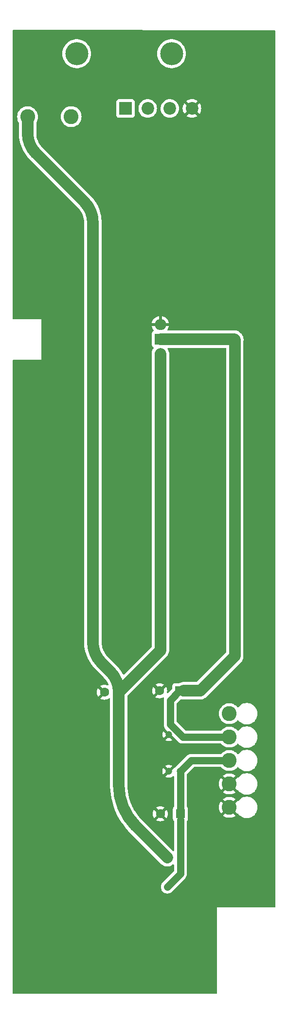
<source format=gbr>
%TF.GenerationSoftware,KiCad,Pcbnew,8.0.0*%
%TF.CreationDate,2025-04-28T00:15:23+02:00*%
%TF.ProjectId,LinearSaturn,4c696e65-6172-4536-9174-75726e2e6b69,rev?*%
%TF.SameCoordinates,Original*%
%TF.FileFunction,Copper,L2,Bot*%
%TF.FilePolarity,Positive*%
%FSLAX46Y46*%
G04 Gerber Fmt 4.6, Leading zero omitted, Abs format (unit mm)*
G04 Created by KiCad (PCBNEW 8.0.0) date 2025-04-28 00:15:23*
%MOMM*%
%LPD*%
G01*
G04 APERTURE LIST*
%TA.AperFunction,ComponentPad*%
%ADD10R,1.600000X1.600000*%
%TD*%
%TA.AperFunction,ComponentPad*%
%ADD11C,1.600000*%
%TD*%
%TA.AperFunction,ComponentPad*%
%ADD12O,2.000000X1.905000*%
%TD*%
%TA.AperFunction,ComponentPad*%
%ADD13C,2.600000*%
%TD*%
%TA.AperFunction,ComponentPad*%
%ADD14O,4.000000X4.000000*%
%TD*%
%TA.AperFunction,ComponentPad*%
%ADD15R,2.000000X1.905000*%
%TD*%
%TA.AperFunction,ComponentPad*%
%ADD16C,1.200000*%
%TD*%
%TA.AperFunction,ComponentPad*%
%ADD17R,2.200000X2.200000*%
%TD*%
%TA.AperFunction,ComponentPad*%
%ADD18C,2.200000*%
%TD*%
%TA.AperFunction,ViaPad*%
%ADD19C,0.800000*%
%TD*%
%TA.AperFunction,Conductor*%
%ADD20C,1.000000*%
%TD*%
%TA.AperFunction,Conductor*%
%ADD21C,2.000000*%
%TD*%
%TA.AperFunction,Conductor*%
%ADD22C,0.250000*%
%TD*%
%TA.AperFunction,Conductor*%
%ADD23C,1.250000*%
%TD*%
G04 APERTURE END LIST*
D10*
%TO.P,25v 220uF,1*%
%TO.N,3.3v*%
X146050000Y-164338000D03*
D11*
%TO.P,25v 220uF,GND*%
%TO.N,GND*%
X142550000Y-164338000D03*
%TD*%
D12*
%TO.P,,3*%
%TO.N,N/C*%
X142564000Y-84540000D03*
%TD*%
D13*
%TO.P,,*%
%TO.N,*%
X154544000Y-146972000D03*
%TD*%
D14*
%TO.P,,2*%
%TO.N,N/C*%
X128000000Y-32500000D03*
%TD*%
D15*
%TO.P,,1*%
%TO.N,5v*%
X142564000Y-82000000D03*
%TD*%
D14*
%TO.P,,2*%
%TO.N,N/C*%
X144500000Y-32500000D03*
%TD*%
D16*
%TO.P,50v 0.1uF,*%
%TO.N,GND*%
X144050000Y-150622000D03*
%TO.P,50v 0.1uF,1*%
%TO.N,5v*%
X146050000Y-150622000D03*
%TD*%
D13*
%TO.P,,*%
%TO.N,GND*%
X154544000Y-159164000D03*
%TD*%
D11*
%TO.P,35v 100uF,*%
%TO.N,GND*%
X132810379Y-143256000D03*
D10*
%TO.P,35v 100uF,1*%
%TO.N,N/C*%
X135310379Y-143256000D03*
%TD*%
D13*
%TO.P,,*%
%TO.N,5v*%
X154544000Y-151036000D03*
%TD*%
%TO.P,,*%
%TO.N,GND*%
X154544000Y-163228000D03*
%TD*%
D11*
%TO.P,25v 220uF,*%
%TO.N,GND*%
X142424651Y-143002000D03*
D10*
%TO.P,25v 220uF,5v*%
%TO.N,5v*%
X145924651Y-143002000D03*
%TD*%
D16*
%TO.P,50v 0.1uF,*%
%TO.N,GND*%
X144000000Y-156972000D03*
%TO.P,50v 0.1uF,1*%
%TO.N,3.3v*%
X146000000Y-156972000D03*
%TD*%
D13*
%TO.P,,*%
%TO.N,3.3v*%
X154544000Y-155100000D03*
%TD*%
%TO.P,,1*%
%TO.N,N/C*%
X119452000Y-43434000D03*
%TD*%
D12*
%TO.P,,GND*%
%TO.N,GND*%
X142564000Y-79460000D03*
%TD*%
D17*
%TO.P,REF\u002A\u002A,1*%
%TO.N,N/C*%
X136500000Y-42000000D03*
D18*
%TO.P,REF\u002A\u002A,2*%
X140350000Y-42000000D03*
%TO.P,REF\u002A\u002A,3*%
X144200000Y-42000000D03*
%TO.P,REF\u002A\u002A,4*%
%TO.N,GND*%
X148050000Y-42000000D03*
%TD*%
D13*
%TO.P,,1*%
%TO.N,N/C*%
X127030000Y-43410000D03*
%TD*%
D19*
%TO.N,*%
X143764000Y-171958000D03*
%TO.N,GND*%
X158750000Y-41402000D03*
X160528000Y-43180000D03*
X140395000Y-175260000D03*
X156972000Y-43180000D03*
X160528000Y-41402000D03*
X156972000Y-36322000D03*
X158750000Y-43180000D03*
X141411000Y-175260000D03*
X139379000Y-175260000D03*
X140395000Y-173990000D03*
X142427000Y-175260000D03*
X143443000Y-173990000D03*
X142427000Y-173990000D03*
X160528000Y-36322000D03*
X156972000Y-39878000D03*
X158750000Y-36322000D03*
X160528000Y-38100000D03*
X141411000Y-173990000D03*
X139379000Y-173990000D03*
X156972000Y-38100000D03*
X156972000Y-41402000D03*
X160528000Y-39878000D03*
X143443000Y-175260000D03*
X158750000Y-38100000D03*
X158750000Y-39878000D03*
%TO.N,3.3v*%
X143764000Y-177038000D03*
%TD*%
D20*
%TO.N,*%
X135310379Y-143223447D02*
X135310379Y-143256000D01*
D21*
X132274466Y-138116466D02*
X133845913Y-139687913D01*
D22*
X135128000Y-143256000D02*
X135310379Y-143256000D01*
D21*
X120916466Y-49796466D02*
X129345534Y-58225534D01*
X119452000Y-43434000D02*
X119452000Y-46260932D01*
X130810000Y-61761068D02*
X130810000Y-134580932D01*
X135310379Y-143256000D02*
X142564000Y-136002379D01*
X135310379Y-143256000D02*
X135310379Y-159362243D01*
X138239311Y-166433311D02*
X143764000Y-171958000D01*
X142564000Y-136002379D02*
X142564000Y-84540000D01*
X133845913Y-139687913D02*
G75*
G02*
X135310352Y-143223447I-3535513J-3535487D01*
G01*
X138239311Y-166433311D02*
G75*
G02*
X135310355Y-159362243I7071089J7071111D01*
G01*
X132274467Y-138116465D02*
G75*
G02*
X130809978Y-134580932I3535533J3535565D01*
G01*
X120916467Y-49796465D02*
G75*
G02*
X119451978Y-46260932I3535533J3535565D01*
G01*
X129345533Y-58225535D02*
G75*
G02*
X130810022Y-61761068I-3535533J-3535565D01*
G01*
D20*
%TO.N,GND*%
X132810379Y-143256000D02*
X132810379Y-143009447D01*
D23*
%TO.N,3.3v*%
X154544000Y-155100000D02*
X147922000Y-155100000D01*
X143764000Y-177038000D02*
X146050000Y-174752000D01*
X147922000Y-155100000D02*
X146050000Y-156972000D01*
X146050000Y-156972000D02*
X146050000Y-164338000D01*
X146050000Y-174752000D02*
X146050000Y-165437511D01*
D21*
%TO.N,5v*%
X149498000Y-143002000D02*
X146558000Y-143002000D01*
D23*
X144272000Y-144654651D02*
X145924651Y-143002000D01*
X146478564Y-151036000D02*
X144272000Y-148829436D01*
D21*
X155436000Y-82000000D02*
X155544000Y-82108000D01*
D23*
X154544000Y-151036000D02*
X146478564Y-151036000D01*
D21*
X155544000Y-82108000D02*
X155500000Y-82152000D01*
D23*
X144272000Y-148844000D02*
X144272000Y-144654651D01*
D22*
X145780000Y-150622000D02*
X145542000Y-150622000D01*
D21*
X155500000Y-137000000D02*
X149498000Y-143002000D01*
X155500000Y-82152000D02*
X155500000Y-137000000D01*
D23*
X144272000Y-148829436D02*
X144272000Y-144654651D01*
D21*
X155500000Y-137000000D02*
X154750000Y-137750000D01*
D23*
X151732000Y-151036000D02*
X146464000Y-151036000D01*
X154544000Y-151036000D02*
X151732000Y-151036000D01*
X146050000Y-150622000D02*
X144272000Y-148844000D01*
D21*
X142564000Y-82000000D02*
X155436000Y-82000000D01*
%TD*%
%TA.AperFunction,Conductor*%
%TO.N,GND*%
G36*
X162434084Y-28409917D02*
G01*
X162502190Y-28429964D01*
X162548648Y-28483650D01*
X162560000Y-28535917D01*
X162560000Y-180464000D01*
X162539998Y-180532121D01*
X162486342Y-180578614D01*
X162434000Y-180590000D01*
X152400000Y-180590000D01*
X152400000Y-195454000D01*
X152379998Y-195522121D01*
X152326342Y-195568614D01*
X152274000Y-195580000D01*
X116975989Y-195580000D01*
X116907868Y-195559998D01*
X116861375Y-195506342D01*
X116849989Y-195454011D01*
X116840011Y-85705508D01*
X116860007Y-85637386D01*
X116913658Y-85590888D01*
X116965503Y-85579498D01*
X121850000Y-85560000D01*
X121830000Y-78590000D01*
X121829999Y-78589999D01*
X116965747Y-78580251D01*
X116897667Y-78560112D01*
X116851282Y-78506363D01*
X116840000Y-78454251D01*
X116840000Y-43434000D01*
X117638429Y-43434000D01*
X117658685Y-43704302D01*
X117719001Y-43968560D01*
X117719002Y-43968562D01*
X117818025Y-44220872D01*
X117818027Y-44220876D01*
X117926619Y-44408962D01*
X117943500Y-44471962D01*
X117943500Y-46137734D01*
X117943499Y-46137764D01*
X117943499Y-46208729D01*
X117943478Y-46208800D01*
X117943478Y-46493386D01*
X117960063Y-46725253D01*
X117976002Y-46948083D01*
X117976649Y-46957121D01*
X117976651Y-46957145D01*
X118042809Y-47417259D01*
X118042813Y-47417284D01*
X118042816Y-47417297D01*
X118141637Y-47871557D01*
X118141641Y-47871572D01*
X118272624Y-48317647D01*
X118435090Y-48753229D01*
X118628212Y-49176100D01*
X118628224Y-49176122D01*
X118851026Y-49584150D01*
X118851027Y-49584153D01*
X119032498Y-49866523D01*
X119102374Y-49975251D01*
X119380983Y-50347424D01*
X119380986Y-50347427D01*
X119685430Y-50698773D01*
X119794826Y-50808167D01*
X128276666Y-59290007D01*
X128280931Y-59294486D01*
X128504815Y-59541504D01*
X128512658Y-59551061D01*
X128709403Y-59816336D01*
X128716259Y-59826596D01*
X128886067Y-60109901D01*
X128891885Y-60120786D01*
X129033090Y-60419336D01*
X129037822Y-60430759D01*
X129149085Y-60741713D01*
X129152675Y-60753546D01*
X129232925Y-61073916D01*
X129235337Y-61086043D01*
X129283798Y-61412727D01*
X129285010Y-61425032D01*
X129301348Y-61757535D01*
X129301500Y-61763719D01*
X129301500Y-134457734D01*
X129301499Y-134457764D01*
X129301499Y-134528729D01*
X129301478Y-134528800D01*
X129301478Y-134813386D01*
X129318063Y-135045253D01*
X129334002Y-135268083D01*
X129334649Y-135277121D01*
X129334651Y-135277145D01*
X129400809Y-135737259D01*
X129400813Y-135737284D01*
X129400816Y-135737297D01*
X129499637Y-136191557D01*
X129499641Y-136191572D01*
X129596284Y-136520700D01*
X129614120Y-136581443D01*
X129630624Y-136637647D01*
X129793090Y-137073229D01*
X129986212Y-137496100D01*
X129986219Y-137496112D01*
X129986220Y-137496115D01*
X130031514Y-137579064D01*
X130209026Y-137904150D01*
X130209027Y-137904153D01*
X130390498Y-138186523D01*
X130460374Y-138295251D01*
X130738983Y-138667424D01*
X131043431Y-139018774D01*
X131133504Y-139108845D01*
X131133505Y-139108846D01*
X132695290Y-140670631D01*
X132777054Y-140752396D01*
X132781318Y-140756875D01*
X133005180Y-141003870D01*
X133013024Y-141013428D01*
X133209760Y-141278698D01*
X133216630Y-141288980D01*
X133386411Y-141572247D01*
X133392238Y-141583147D01*
X133533447Y-141881712D01*
X133538175Y-141893127D01*
X133547725Y-141919818D01*
X133551841Y-141990695D01*
X133516984Y-142052546D01*
X133454222Y-142085733D01*
X133383480Y-142079720D01*
X133375841Y-142076460D01*
X133259457Y-142022190D01*
X133259447Y-142022186D01*
X133038379Y-141962951D01*
X133038383Y-141962951D01*
X132810379Y-141943004D01*
X132582376Y-141962951D01*
X132361310Y-142022186D01*
X132361305Y-142022188D01*
X132153879Y-142118913D01*
X132082488Y-142168899D01*
X132769590Y-142856000D01*
X132757718Y-142856000D01*
X132655985Y-142883259D01*
X132564773Y-142935920D01*
X132490299Y-143010394D01*
X132437638Y-143101606D01*
X132410379Y-143203339D01*
X132410379Y-143215209D01*
X131723279Y-142528109D01*
X131673292Y-142599500D01*
X131576567Y-142806926D01*
X131576565Y-142806931D01*
X131517330Y-143027997D01*
X131497383Y-143256000D01*
X131517330Y-143484002D01*
X131576565Y-143705068D01*
X131576567Y-143705073D01*
X131673292Y-143912501D01*
X131723278Y-143983888D01*
X132410379Y-143296788D01*
X132410379Y-143308661D01*
X132437638Y-143410394D01*
X132490299Y-143501606D01*
X132564773Y-143576080D01*
X132655985Y-143628741D01*
X132757718Y-143656000D01*
X132769587Y-143656000D01*
X132082489Y-144343097D01*
X132082489Y-144343100D01*
X132153877Y-144393086D01*
X132361305Y-144489811D01*
X132361310Y-144489813D01*
X132582378Y-144549048D01*
X132582374Y-144549048D01*
X132810379Y-144568995D01*
X133038381Y-144549048D01*
X133259447Y-144489813D01*
X133259452Y-144489811D01*
X133466877Y-144393087D01*
X133603608Y-144297348D01*
X133670882Y-144274660D01*
X133739743Y-144291945D01*
X133788327Y-144343715D01*
X133801879Y-144400561D01*
X133801879Y-159239042D01*
X133801878Y-159239072D01*
X133801878Y-159310034D01*
X133801855Y-159310112D01*
X133801855Y-159685134D01*
X133801856Y-159685156D01*
X133838068Y-160329926D01*
X133910378Y-160971662D01*
X134018553Y-161608322D01*
X134162259Y-162237929D01*
X134162262Y-162237944D01*
X134341041Y-162858489D01*
X134341041Y-162858490D01*
X134554323Y-163468011D01*
X134554329Y-163468029D01*
X134554335Y-163468043D01*
X134801472Y-164064679D01*
X134801480Y-164064695D01*
X134801481Y-164064698D01*
X134814819Y-164092394D01*
X135069993Y-164622264D01*
X135081673Y-164646516D01*
X135081680Y-164646530D01*
X135394057Y-165211732D01*
X135737628Y-165758520D01*
X135737632Y-165758526D01*
X135737643Y-165758543D01*
X136111347Y-166285227D01*
X136513995Y-166790129D01*
X136944319Y-167271660D01*
X137088690Y-167416031D01*
X137088691Y-167416032D01*
X142781272Y-173108615D01*
X142781275Y-173108617D01*
X142781278Y-173108620D01*
X142973373Y-173248185D01*
X143184937Y-173355982D01*
X143410759Y-173429356D01*
X143645278Y-173466501D01*
X143645281Y-173466501D01*
X143882719Y-173466501D01*
X143882722Y-173466501D01*
X144117241Y-173429356D01*
X144343063Y-173355982D01*
X144554627Y-173248185D01*
X144716439Y-173130620D01*
X144783306Y-173106763D01*
X144852458Y-173122843D01*
X144901938Y-173173757D01*
X144916500Y-173232557D01*
X144916500Y-174230298D01*
X144896498Y-174298419D01*
X144879595Y-174319393D01*
X142899419Y-176299568D01*
X142899417Y-176299571D01*
X142794546Y-176443913D01*
X142713545Y-176602885D01*
X142713542Y-176602891D01*
X142658412Y-176772565D01*
X142658411Y-176772570D01*
X142658411Y-176772571D01*
X142630500Y-176948792D01*
X142630500Y-177127208D01*
X142658411Y-177303429D01*
X142658412Y-177303434D01*
X142713542Y-177473108D01*
X142713544Y-177473113D01*
X142794544Y-177632083D01*
X142899415Y-177776426D01*
X142899417Y-177776428D01*
X142899419Y-177776431D01*
X143025568Y-177902580D01*
X143025571Y-177902582D01*
X143025574Y-177902585D01*
X143169917Y-178007456D01*
X143328887Y-178088456D01*
X143498565Y-178143587D01*
X143498566Y-178143587D01*
X143498571Y-178143589D01*
X143674792Y-178171500D01*
X143674795Y-178171500D01*
X143853205Y-178171500D01*
X143853208Y-178171500D01*
X144029429Y-178143589D01*
X144199113Y-178088456D01*
X144358083Y-178007456D01*
X144502426Y-177902585D01*
X146914585Y-175490426D01*
X147019456Y-175346083D01*
X147100456Y-175187113D01*
X147155589Y-175017429D01*
X147183500Y-174841208D01*
X147183500Y-174662792D01*
X147183500Y-165582953D01*
X147203502Y-165514832D01*
X147208632Y-165507443D01*
X147213258Y-165501263D01*
X147213261Y-165501261D01*
X147300889Y-165384204D01*
X147351989Y-165247201D01*
X147358500Y-165186638D01*
X147358500Y-163489362D01*
X147356205Y-163468011D01*
X147351990Y-163428803D01*
X147351988Y-163428795D01*
X147300889Y-163291797D01*
X147300887Y-163291792D01*
X147253133Y-163228000D01*
X152730930Y-163228000D01*
X152751180Y-163498227D01*
X152811480Y-163762413D01*
X152811481Y-163762416D01*
X152910480Y-164014664D01*
X153045968Y-164249335D01*
X153098092Y-164314696D01*
X153098093Y-164314696D01*
X153605328Y-163807460D01*
X153704967Y-163944602D01*
X153827398Y-164067033D01*
X153964537Y-164166670D01*
X153456455Y-164674752D01*
X153456455Y-164674753D01*
X153637469Y-164798167D01*
X153637470Y-164798168D01*
X153881602Y-164915735D01*
X154140547Y-164995611D01*
X154140555Y-164995612D01*
X154408513Y-165036000D01*
X154679487Y-165036000D01*
X154947444Y-164995612D01*
X154947452Y-164995611D01*
X155206397Y-164915735D01*
X155450529Y-164798168D01*
X155450530Y-164798167D01*
X155631544Y-164674753D01*
X155123461Y-164166670D01*
X155260602Y-164067033D01*
X155383033Y-163944602D01*
X155482670Y-163807461D01*
X155989905Y-164314696D01*
X156022584Y-164312861D01*
X156091720Y-164329012D01*
X156129611Y-164361958D01*
X156197735Y-164450738D01*
X156197739Y-164450742D01*
X156197744Y-164450748D01*
X156369251Y-164622255D01*
X156369256Y-164622259D01*
X156369262Y-164622265D01*
X156561711Y-164769936D01*
X156561714Y-164769938D01*
X156771775Y-164891217D01*
X156771779Y-164891218D01*
X156771788Y-164891224D01*
X156995900Y-164984054D01*
X157230211Y-165046838D01*
X157230215Y-165046838D01*
X157230217Y-165046839D01*
X157292202Y-165054999D01*
X157470712Y-165078500D01*
X157470719Y-165078500D01*
X157713281Y-165078500D01*
X157713288Y-165078500D01*
X157930637Y-165049885D01*
X157953782Y-165046839D01*
X157953782Y-165046838D01*
X157953789Y-165046838D01*
X158188100Y-164984054D01*
X158412212Y-164891224D01*
X158622289Y-164769936D01*
X158814738Y-164622265D01*
X158986265Y-164450738D01*
X159133936Y-164258289D01*
X159255224Y-164048212D01*
X159348054Y-163824100D01*
X159410838Y-163589789D01*
X159442500Y-163349288D01*
X159442500Y-163106712D01*
X159410838Y-162866211D01*
X159348054Y-162631900D01*
X159255224Y-162407788D01*
X159255218Y-162407779D01*
X159255217Y-162407775D01*
X159133938Y-162197714D01*
X159133936Y-162197711D01*
X158986265Y-162005262D01*
X158986259Y-162005256D01*
X158986255Y-162005251D01*
X158814748Y-161833744D01*
X158814742Y-161833739D01*
X158814738Y-161833735D01*
X158622289Y-161686064D01*
X158622288Y-161686063D01*
X158622285Y-161686061D01*
X158412224Y-161564782D01*
X158412216Y-161564778D01*
X158412212Y-161564776D01*
X158188100Y-161471946D01*
X158188097Y-161471945D01*
X158188095Y-161471944D01*
X157953782Y-161409160D01*
X157713290Y-161377500D01*
X157713288Y-161377500D01*
X157470712Y-161377500D01*
X157470709Y-161377500D01*
X157230217Y-161409160D01*
X156995904Y-161471944D01*
X156995900Y-161471946D01*
X156830966Y-161540264D01*
X156771786Y-161564777D01*
X156771775Y-161564782D01*
X156561714Y-161686061D01*
X156369262Y-161833735D01*
X156369251Y-161833744D01*
X156197744Y-162005251D01*
X156197727Y-162005271D01*
X156129613Y-162094039D01*
X156072275Y-162135906D01*
X156022587Y-162143137D01*
X155989906Y-162141301D01*
X155482669Y-162648537D01*
X155383033Y-162511398D01*
X155260602Y-162388967D01*
X155123460Y-162289329D01*
X155631543Y-161781246D01*
X155631543Y-161781244D01*
X155450537Y-161657836D01*
X155450529Y-161657831D01*
X155206397Y-161540264D01*
X154947452Y-161460388D01*
X154947444Y-161460387D01*
X154679487Y-161420000D01*
X154408513Y-161420000D01*
X154140555Y-161460387D01*
X154140547Y-161460388D01*
X153881602Y-161540264D01*
X153637470Y-161657831D01*
X153637462Y-161657836D01*
X153456455Y-161781244D01*
X153456455Y-161781246D01*
X153964538Y-162289329D01*
X153827398Y-162388967D01*
X153704967Y-162511398D01*
X153605329Y-162648538D01*
X153098093Y-162141302D01*
X153098091Y-162141302D01*
X153045968Y-162206664D01*
X152910480Y-162441335D01*
X152811481Y-162693583D01*
X152811480Y-162693586D01*
X152751180Y-162957772D01*
X152730930Y-163228000D01*
X147253133Y-163228000D01*
X147208632Y-163168554D01*
X147183821Y-163102034D01*
X147183500Y-163093045D01*
X147183500Y-159164000D01*
X152730930Y-159164000D01*
X152751180Y-159434227D01*
X152811480Y-159698413D01*
X152811481Y-159698416D01*
X152910480Y-159950664D01*
X153045968Y-160185335D01*
X153098092Y-160250696D01*
X153098093Y-160250696D01*
X153605328Y-159743460D01*
X153704967Y-159880602D01*
X153827398Y-160003033D01*
X153964537Y-160102670D01*
X153456455Y-160610752D01*
X153456455Y-160610753D01*
X153637469Y-160734167D01*
X153637470Y-160734168D01*
X153881602Y-160851735D01*
X154140547Y-160931611D01*
X154140555Y-160931612D01*
X154408513Y-160972000D01*
X154679487Y-160972000D01*
X154947444Y-160931612D01*
X154947452Y-160931611D01*
X155206397Y-160851735D01*
X155450529Y-160734168D01*
X155450530Y-160734167D01*
X155631544Y-160610753D01*
X155123461Y-160102670D01*
X155260602Y-160003033D01*
X155383033Y-159880602D01*
X155482670Y-159743461D01*
X155989905Y-160250696D01*
X156022584Y-160248861D01*
X156091720Y-160265012D01*
X156129611Y-160297958D01*
X156197735Y-160386738D01*
X156197739Y-160386742D01*
X156197744Y-160386748D01*
X156369251Y-160558255D01*
X156369256Y-160558259D01*
X156369262Y-160558265D01*
X156561711Y-160705936D01*
X156561714Y-160705938D01*
X156771775Y-160827217D01*
X156771779Y-160827218D01*
X156771788Y-160827224D01*
X156995900Y-160920054D01*
X157230211Y-160982838D01*
X157230215Y-160982838D01*
X157230217Y-160982839D01*
X157292202Y-160990999D01*
X157470712Y-161014500D01*
X157470719Y-161014500D01*
X157713281Y-161014500D01*
X157713288Y-161014500D01*
X157930637Y-160985885D01*
X157953782Y-160982839D01*
X157953782Y-160982838D01*
X157953789Y-160982838D01*
X158188100Y-160920054D01*
X158412212Y-160827224D01*
X158622289Y-160705936D01*
X158814738Y-160558265D01*
X158986265Y-160386738D01*
X159133936Y-160194289D01*
X159255224Y-159984212D01*
X159348054Y-159760100D01*
X159410838Y-159525789D01*
X159442500Y-159285288D01*
X159442500Y-159042712D01*
X159410838Y-158802211D01*
X159348054Y-158567900D01*
X159255224Y-158343788D01*
X159255218Y-158343779D01*
X159255217Y-158343775D01*
X159133938Y-158133714D01*
X159133936Y-158133711D01*
X158986265Y-157941262D01*
X158986259Y-157941256D01*
X158986255Y-157941251D01*
X158814748Y-157769744D01*
X158814742Y-157769739D01*
X158814738Y-157769735D01*
X158622289Y-157622064D01*
X158622288Y-157622063D01*
X158622285Y-157622061D01*
X158412224Y-157500782D01*
X158412216Y-157500778D01*
X158412212Y-157500776D01*
X158188100Y-157407946D01*
X158188097Y-157407945D01*
X158188095Y-157407944D01*
X157953782Y-157345160D01*
X157713290Y-157313500D01*
X157713288Y-157313500D01*
X157470712Y-157313500D01*
X157470709Y-157313500D01*
X157230217Y-157345160D01*
X156995904Y-157407944D01*
X156995900Y-157407946D01*
X156830966Y-157476264D01*
X156771786Y-157500777D01*
X156771775Y-157500782D01*
X156561714Y-157622061D01*
X156369262Y-157769735D01*
X156369251Y-157769744D01*
X156197744Y-157941251D01*
X156197727Y-157941271D01*
X156129613Y-158030039D01*
X156072275Y-158071906D01*
X156022587Y-158079137D01*
X155989906Y-158077301D01*
X155482669Y-158584537D01*
X155383033Y-158447398D01*
X155260602Y-158324967D01*
X155123460Y-158225329D01*
X155631543Y-157717246D01*
X155631543Y-157717244D01*
X155450537Y-157593836D01*
X155450529Y-157593831D01*
X155206397Y-157476264D01*
X154947452Y-157396388D01*
X154947444Y-157396387D01*
X154679487Y-157356000D01*
X154408513Y-157356000D01*
X154140555Y-157396387D01*
X154140547Y-157396388D01*
X153881602Y-157476264D01*
X153637470Y-157593831D01*
X153637462Y-157593836D01*
X153456455Y-157717244D01*
X153456455Y-157717246D01*
X153964538Y-158225329D01*
X153827398Y-158324967D01*
X153704967Y-158447398D01*
X153605329Y-158584538D01*
X153098093Y-158077302D01*
X153098091Y-158077302D01*
X153045968Y-158142664D01*
X152910480Y-158377335D01*
X152811481Y-158629583D01*
X152811480Y-158629586D01*
X152751180Y-158893772D01*
X152730930Y-159164000D01*
X147183500Y-159164000D01*
X147183500Y-157493701D01*
X147203502Y-157425580D01*
X147220405Y-157404606D01*
X148354606Y-156270405D01*
X148416918Y-156236379D01*
X148443701Y-156233500D01*
X153074098Y-156233500D01*
X153142219Y-156253502D01*
X153172608Y-156280939D01*
X153214560Y-156333545D01*
X153273241Y-156387992D01*
X153413257Y-156517907D01*
X153413263Y-156517911D01*
X153637205Y-156670593D01*
X153637212Y-156670597D01*
X153637215Y-156670599D01*
X153682577Y-156692444D01*
X153881423Y-156788204D01*
X153881436Y-156788209D01*
X154140431Y-156868098D01*
X154140433Y-156868098D01*
X154140442Y-156868101D01*
X154408472Y-156908500D01*
X154408476Y-156908500D01*
X154679524Y-156908500D01*
X154679528Y-156908500D01*
X154947558Y-156868101D01*
X154947568Y-156868098D01*
X155206563Y-156788209D01*
X155206565Y-156788207D01*
X155206572Y-156788206D01*
X155206577Y-156788203D01*
X155206581Y-156788202D01*
X155450780Y-156670602D01*
X155450780Y-156670601D01*
X155450786Y-156670599D01*
X155674743Y-156517907D01*
X155873442Y-156333542D01*
X155942514Y-156246927D01*
X156000625Y-156206140D01*
X156071562Y-156203243D01*
X156132804Y-156239159D01*
X156140982Y-156248776D01*
X156157579Y-156270405D01*
X156197735Y-156322738D01*
X156197744Y-156322748D01*
X156369251Y-156494255D01*
X156369256Y-156494259D01*
X156369262Y-156494265D01*
X156561711Y-156641936D01*
X156561714Y-156641938D01*
X156771775Y-156763217D01*
X156771779Y-156763218D01*
X156771788Y-156763224D01*
X156995900Y-156856054D01*
X157230211Y-156918838D01*
X157230215Y-156918838D01*
X157230217Y-156918839D01*
X157292202Y-156926999D01*
X157470712Y-156950500D01*
X157470719Y-156950500D01*
X157713281Y-156950500D01*
X157713288Y-156950500D01*
X157930637Y-156921885D01*
X157953782Y-156918839D01*
X157953782Y-156918838D01*
X157953789Y-156918838D01*
X158188100Y-156856054D01*
X158412212Y-156763224D01*
X158622289Y-156641936D01*
X158814738Y-156494265D01*
X158986265Y-156322738D01*
X159133936Y-156130289D01*
X159255224Y-155920212D01*
X159348054Y-155696100D01*
X159410838Y-155461789D01*
X159442500Y-155221288D01*
X159442500Y-154978712D01*
X159410838Y-154738211D01*
X159348054Y-154503900D01*
X159255224Y-154279788D01*
X159255218Y-154279779D01*
X159255217Y-154279775D01*
X159133938Y-154069714D01*
X159118461Y-154049544D01*
X158986265Y-153877262D01*
X158986259Y-153877256D01*
X158986255Y-153877251D01*
X158814748Y-153705744D01*
X158814742Y-153705739D01*
X158814738Y-153705735D01*
X158622289Y-153558064D01*
X158622288Y-153558063D01*
X158622285Y-153558061D01*
X158412224Y-153436782D01*
X158412216Y-153436778D01*
X158412212Y-153436776D01*
X158188100Y-153343946D01*
X158188097Y-153343945D01*
X158188095Y-153343944D01*
X157953782Y-153281160D01*
X157713290Y-153249500D01*
X157713288Y-153249500D01*
X157470712Y-153249500D01*
X157470709Y-153249500D01*
X157230217Y-153281160D01*
X156995904Y-153343944D01*
X156995900Y-153343946D01*
X156771786Y-153436777D01*
X156771775Y-153436782D01*
X156561714Y-153558061D01*
X156369262Y-153705735D01*
X156369251Y-153705744D01*
X156197744Y-153877251D01*
X156197732Y-153877264D01*
X156140986Y-153951217D01*
X156083647Y-153993084D01*
X156012776Y-153997305D01*
X155950874Y-153962540D01*
X155942513Y-153953071D01*
X155873442Y-153866457D01*
X155873439Y-153866455D01*
X155674748Y-153682098D01*
X155674742Y-153682092D01*
X155576736Y-153615273D01*
X155450786Y-153529401D01*
X155450783Y-153529400D01*
X155450781Y-153529398D01*
X155450780Y-153529397D01*
X155206581Y-153411797D01*
X155206563Y-153411790D01*
X154947568Y-153331901D01*
X154947560Y-153331899D01*
X154947558Y-153331899D01*
X154679528Y-153291500D01*
X154408472Y-153291500D01*
X154140442Y-153331899D01*
X154140440Y-153331899D01*
X154140431Y-153331901D01*
X153881436Y-153411790D01*
X153881423Y-153411795D01*
X153637212Y-153529402D01*
X153637205Y-153529406D01*
X153413263Y-153682088D01*
X153413251Y-153682098D01*
X153214560Y-153866454D01*
X153172608Y-153919061D01*
X153114497Y-153959848D01*
X153074098Y-153966500D01*
X148011208Y-153966500D01*
X147832792Y-153966500D01*
X147656571Y-153994411D01*
X147656565Y-153994412D01*
X147486891Y-154049542D01*
X147486885Y-154049545D01*
X147327913Y-154130546D01*
X147183571Y-154235417D01*
X147183568Y-154235419D01*
X145355900Y-156063087D01*
X145333145Y-156081113D01*
X145329123Y-156083603D01*
X145177297Y-156222009D01*
X145089538Y-156338223D01*
X145032525Y-156380530D01*
X144980317Y-156387992D01*
X144945610Y-156385597D01*
X144292785Y-157038423D01*
X144300000Y-157011496D01*
X144300000Y-156932504D01*
X144279556Y-156856204D01*
X144240060Y-156787795D01*
X144184205Y-156731940D01*
X144115796Y-156692444D01*
X144039496Y-156672000D01*
X143960504Y-156672000D01*
X143884204Y-156692444D01*
X143815795Y-156731940D01*
X143759940Y-156787795D01*
X143720444Y-156856204D01*
X143700000Y-156932504D01*
X143700000Y-157011496D01*
X143720444Y-157087796D01*
X143759940Y-157156205D01*
X143815795Y-157212060D01*
X143884204Y-157251556D01*
X143960504Y-157272000D01*
X144039496Y-157272000D01*
X144066424Y-157264784D01*
X144000000Y-157331209D01*
X144000000Y-157331210D01*
X143416994Y-157914214D01*
X143504007Y-157968090D01*
X143504014Y-157968093D01*
X143695474Y-158042266D01*
X143695477Y-158042267D01*
X143897331Y-158080000D01*
X144102669Y-158080000D01*
X144304522Y-158042267D01*
X144304525Y-158042266D01*
X144495988Y-157968092D01*
X144496003Y-157968085D01*
X144670578Y-157859992D01*
X144670579Y-157859991D01*
X144705613Y-157828054D01*
X144769430Y-157796942D01*
X144839936Y-157805271D01*
X144894747Y-157850397D01*
X144916460Y-157917992D01*
X144916500Y-157921168D01*
X144916500Y-163093045D01*
X144896498Y-163161166D01*
X144891368Y-163168554D01*
X144799112Y-163291792D01*
X144799110Y-163291797D01*
X144748011Y-163428795D01*
X144748009Y-163428803D01*
X144741500Y-163489350D01*
X144741500Y-165186649D01*
X144748009Y-165247196D01*
X144748011Y-165247204D01*
X144799110Y-165384202D01*
X144799110Y-165384203D01*
X144799111Y-165384204D01*
X144886739Y-165501261D01*
X144886741Y-165501262D01*
X144891368Y-165507443D01*
X144916179Y-165573963D01*
X144916500Y-165582953D01*
X144916500Y-170672967D01*
X144896498Y-170741088D01*
X144842842Y-170787581D01*
X144772568Y-170797685D01*
X144707988Y-170768191D01*
X144701405Y-170762062D01*
X139394338Y-165454997D01*
X139394329Y-165454987D01*
X139307446Y-165368105D01*
X139304603Y-165365168D01*
X138928938Y-164964076D01*
X138923508Y-164957884D01*
X138868801Y-164891224D01*
X138576233Y-164534729D01*
X138571213Y-164528187D01*
X138434926Y-164338000D01*
X141237004Y-164338000D01*
X141256951Y-164566002D01*
X141316186Y-164787068D01*
X141316188Y-164787073D01*
X141412913Y-164994501D01*
X141462899Y-165065888D01*
X142150000Y-164378788D01*
X142150000Y-164390661D01*
X142177259Y-164492394D01*
X142229920Y-164583606D01*
X142304394Y-164658080D01*
X142395606Y-164710741D01*
X142497339Y-164738000D01*
X142509210Y-164738000D01*
X141822110Y-165425098D01*
X141822110Y-165425100D01*
X141893498Y-165475086D01*
X142100926Y-165571811D01*
X142100931Y-165571813D01*
X142321999Y-165631048D01*
X142321995Y-165631048D01*
X142550000Y-165650995D01*
X142778002Y-165631048D01*
X142999068Y-165571813D01*
X142999073Y-165571811D01*
X143206497Y-165475088D01*
X143277888Y-165425099D01*
X143277888Y-165425097D01*
X142590791Y-164738000D01*
X142602661Y-164738000D01*
X142704394Y-164710741D01*
X142795606Y-164658080D01*
X142870080Y-164583606D01*
X142922741Y-164492394D01*
X142950000Y-164390661D01*
X142950000Y-164378791D01*
X143637097Y-165065888D01*
X143637099Y-165065888D01*
X143687088Y-164994497D01*
X143783811Y-164787073D01*
X143783813Y-164787068D01*
X143843048Y-164566002D01*
X143862995Y-164338000D01*
X143843048Y-164109997D01*
X143783813Y-163888931D01*
X143783811Y-163888926D01*
X143687086Y-163681498D01*
X143637100Y-163610110D01*
X143637098Y-163610110D01*
X142950000Y-164297208D01*
X142950000Y-164285339D01*
X142922741Y-164183606D01*
X142870080Y-164092394D01*
X142795606Y-164017920D01*
X142704394Y-163965259D01*
X142602661Y-163938000D01*
X142590790Y-163938000D01*
X143277888Y-163250899D01*
X143277888Y-163250898D01*
X143206501Y-163200913D01*
X142999073Y-163104188D01*
X142999068Y-163104186D01*
X142778000Y-163044951D01*
X142778004Y-163044951D01*
X142550000Y-163025004D01*
X142321997Y-163044951D01*
X142100931Y-163104186D01*
X142100926Y-163104188D01*
X141893500Y-163200913D01*
X141822109Y-163250900D01*
X142509209Y-163938000D01*
X142497339Y-163938000D01*
X142395606Y-163965259D01*
X142304394Y-164017920D01*
X142229920Y-164092394D01*
X142177259Y-164183606D01*
X142150000Y-164285339D01*
X142150000Y-164297209D01*
X141462900Y-163610109D01*
X141412913Y-163681500D01*
X141316188Y-163888926D01*
X141316186Y-163888931D01*
X141256951Y-164109997D01*
X141237004Y-164338000D01*
X138434926Y-164338000D01*
X138252348Y-164083213D01*
X138247768Y-164076358D01*
X138240505Y-164064679D01*
X137958696Y-163611495D01*
X137954573Y-163604354D01*
X137818238Y-163349290D01*
X137696518Y-163121571D01*
X137692873Y-163114179D01*
X137689490Y-163106712D01*
X137466941Y-162615542D01*
X137463791Y-162607935D01*
X137324535Y-162237944D01*
X137270957Y-162095591D01*
X137268309Y-162087788D01*
X137109399Y-161563938D01*
X137107268Y-161555984D01*
X137087673Y-161471946D01*
X136982956Y-161022846D01*
X136981356Y-161014808D01*
X136892175Y-160474657D01*
X136891101Y-160466493D01*
X136883246Y-160386748D01*
X136837442Y-159921713D01*
X136836903Y-159913495D01*
X136829861Y-159698416D01*
X136818946Y-159365016D01*
X136818879Y-159360893D01*
X136818879Y-156972004D01*
X142887253Y-156972004D01*
X142906199Y-157176461D01*
X142906199Y-157176465D01*
X142962391Y-157373962D01*
X142962394Y-157373970D01*
X143053922Y-157557785D01*
X143053925Y-157557789D01*
X143054387Y-157558400D01*
X143054388Y-157558400D01*
X143640790Y-156971999D01*
X143054389Y-156385598D01*
X143054387Y-156385598D01*
X143053923Y-156386213D01*
X142962394Y-156570029D01*
X142962391Y-156570037D01*
X142906199Y-156767534D01*
X142906199Y-156767538D01*
X142887253Y-156971995D01*
X142887253Y-156972004D01*
X136818879Y-156972004D01*
X136818879Y-156029784D01*
X143416993Y-156029784D01*
X143999999Y-156612790D01*
X144000000Y-156612790D01*
X144583005Y-156029783D01*
X144495999Y-155975913D01*
X144495987Y-155975907D01*
X144304525Y-155901733D01*
X144304522Y-155901732D01*
X144102669Y-155864000D01*
X143897331Y-155864000D01*
X143695477Y-155901732D01*
X143695474Y-155901733D01*
X143504004Y-155975910D01*
X143504000Y-155975912D01*
X143416993Y-156029783D01*
X143416993Y-156029784D01*
X136818879Y-156029784D01*
X136818879Y-151564214D01*
X143466994Y-151564214D01*
X143554007Y-151618090D01*
X143554014Y-151618093D01*
X143745474Y-151692266D01*
X143745477Y-151692267D01*
X143947331Y-151730000D01*
X144152669Y-151730000D01*
X144354522Y-151692267D01*
X144354525Y-151692266D01*
X144545988Y-151618092D01*
X144545997Y-151618087D01*
X144633005Y-151564214D01*
X144050001Y-150981210D01*
X144050000Y-150981210D01*
X143466994Y-151564214D01*
X136818879Y-151564214D01*
X136818879Y-150622004D01*
X142937253Y-150622004D01*
X142956199Y-150826461D01*
X142956199Y-150826465D01*
X143012391Y-151023962D01*
X143012394Y-151023970D01*
X143103922Y-151207785D01*
X143103925Y-151207789D01*
X143104387Y-151208400D01*
X143104388Y-151208400D01*
X143690790Y-150621999D01*
X143104389Y-150035598D01*
X143104387Y-150035598D01*
X143103923Y-150036213D01*
X143012394Y-150220029D01*
X143012391Y-150220037D01*
X142956199Y-150417534D01*
X142956199Y-150417538D01*
X142937253Y-150621995D01*
X142937253Y-150622004D01*
X136818879Y-150622004D01*
X136818879Y-143933031D01*
X136838881Y-143864910D01*
X136855784Y-143843936D01*
X143714615Y-136985106D01*
X143714615Y-136985105D01*
X143714620Y-136985101D01*
X143854185Y-136793006D01*
X143961982Y-136581442D01*
X144035356Y-136355620D01*
X144072500Y-136121101D01*
X144072500Y-135883657D01*
X144072500Y-84421278D01*
X144035356Y-84186759D01*
X143961982Y-83960937D01*
X143854185Y-83749373D01*
X143824531Y-83708558D01*
X143800675Y-83641694D01*
X143816755Y-83572543D01*
X143867668Y-83523062D01*
X143926469Y-83508500D01*
X153865500Y-83508500D01*
X153933621Y-83528502D01*
X153980114Y-83582158D01*
X153991500Y-83634500D01*
X153991500Y-136322969D01*
X153971498Y-136391090D01*
X153954595Y-136412064D01*
X148910064Y-141456595D01*
X148847752Y-141490621D01*
X148820969Y-141493500D01*
X146439278Y-141493500D01*
X146204759Y-141530644D01*
X146204753Y-141530645D01*
X145978941Y-141604016D01*
X145978929Y-141604021D01*
X145830270Y-141679767D01*
X145773068Y-141693500D01*
X145076001Y-141693500D01*
X145015454Y-141700009D01*
X145015446Y-141700011D01*
X144878448Y-141751110D01*
X144878443Y-141751112D01*
X144761389Y-141838738D01*
X144673763Y-141955792D01*
X144673761Y-141955797D01*
X144622662Y-142092795D01*
X144622660Y-142092803D01*
X144616151Y-142153350D01*
X144616151Y-142655299D01*
X144596149Y-142723420D01*
X144579250Y-142744389D01*
X144222034Y-143101606D01*
X143912604Y-143411036D01*
X143850292Y-143445061D01*
X143779476Y-143439996D01*
X143722641Y-143397449D01*
X143697830Y-143330929D01*
X143701803Y-143289328D01*
X143717698Y-143230007D01*
X143717699Y-143230004D01*
X143737646Y-143002000D01*
X143717699Y-142773997D01*
X143658464Y-142552931D01*
X143658462Y-142552926D01*
X143561737Y-142345498D01*
X143511751Y-142274110D01*
X143511748Y-142274110D01*
X142824651Y-142961208D01*
X142824651Y-142949339D01*
X142797392Y-142847606D01*
X142744731Y-142756394D01*
X142670257Y-142681920D01*
X142579045Y-142629259D01*
X142477312Y-142602000D01*
X142465441Y-142602000D01*
X143152539Y-141914899D01*
X143152539Y-141914898D01*
X143081152Y-141864913D01*
X142873724Y-141768188D01*
X142873719Y-141768186D01*
X142652651Y-141708951D01*
X142652655Y-141708951D01*
X142424651Y-141689004D01*
X142196648Y-141708951D01*
X141975582Y-141768186D01*
X141975577Y-141768188D01*
X141768151Y-141864913D01*
X141696760Y-141914900D01*
X142383860Y-142602000D01*
X142371990Y-142602000D01*
X142270257Y-142629259D01*
X142179045Y-142681920D01*
X142104571Y-142756394D01*
X142051910Y-142847606D01*
X142024651Y-142949339D01*
X142024651Y-142961209D01*
X141337551Y-142274109D01*
X141287564Y-142345500D01*
X141190839Y-142552926D01*
X141190837Y-142552931D01*
X141131602Y-142773997D01*
X141111655Y-143002000D01*
X141131602Y-143230002D01*
X141190837Y-143451068D01*
X141190839Y-143451073D01*
X141287564Y-143658501D01*
X141337550Y-143729888D01*
X142024651Y-143042788D01*
X142024651Y-143054661D01*
X142051910Y-143156394D01*
X142104571Y-143247606D01*
X142179045Y-143322080D01*
X142270257Y-143374741D01*
X142371990Y-143402000D01*
X142383861Y-143402000D01*
X141696761Y-144089098D01*
X141696761Y-144089100D01*
X141768149Y-144139086D01*
X141975577Y-144235811D01*
X141975582Y-144235813D01*
X142196650Y-144295048D01*
X142196646Y-144295048D01*
X142424651Y-144314995D01*
X142652653Y-144295048D01*
X142873719Y-144235813D01*
X142873729Y-144235809D01*
X143014790Y-144170031D01*
X143084982Y-144159369D01*
X143149795Y-144188348D01*
X143188651Y-144247768D01*
X143189215Y-144318762D01*
X143187875Y-144323159D01*
X143166412Y-144389218D01*
X143166411Y-144389222D01*
X143138500Y-144565443D01*
X143138500Y-148754792D01*
X143138500Y-148933208D01*
X143166411Y-149109429D01*
X143166412Y-149109434D01*
X143201414Y-149217160D01*
X143221544Y-149279113D01*
X143302544Y-149438083D01*
X143407415Y-149582426D01*
X143407417Y-149582428D01*
X143407419Y-149582431D01*
X143427832Y-149602844D01*
X143461858Y-149665156D01*
X143462351Y-149675141D01*
X144050000Y-150262789D01*
X144050000Y-150262790D01*
X144116425Y-150329215D01*
X144089496Y-150322000D01*
X144010504Y-150322000D01*
X143934204Y-150342444D01*
X143865795Y-150381940D01*
X143809940Y-150437795D01*
X143770444Y-150506204D01*
X143750000Y-150582504D01*
X143750000Y-150661496D01*
X143770444Y-150737796D01*
X143809940Y-150806205D01*
X143865795Y-150862060D01*
X143934204Y-150901556D01*
X144010504Y-150922000D01*
X144089496Y-150922000D01*
X144165796Y-150901556D01*
X144234205Y-150862060D01*
X144290060Y-150806205D01*
X144329556Y-150737796D01*
X144350000Y-150661496D01*
X144350000Y-150582504D01*
X144342784Y-150555574D01*
X145003709Y-151216500D01*
X145043105Y-151225189D01*
X145071492Y-151246503D01*
X145222771Y-151397782D01*
X145311573Y-151486584D01*
X145356812Y-151519452D01*
X145371846Y-151532293D01*
X145553705Y-151714152D01*
X145566542Y-151729180D01*
X145599415Y-151774426D01*
X145599417Y-151774428D01*
X145599420Y-151774432D01*
X145725568Y-151900580D01*
X145725571Y-151900582D01*
X145725574Y-151900585D01*
X145869917Y-152005456D01*
X146028887Y-152086456D01*
X146198565Y-152141587D01*
X146198566Y-152141587D01*
X146198571Y-152141589D01*
X146374792Y-152169500D01*
X146389356Y-152169500D01*
X151642792Y-152169500D01*
X153074098Y-152169500D01*
X153142219Y-152189502D01*
X153172608Y-152216939D01*
X153214560Y-152269545D01*
X153358720Y-152403304D01*
X153413257Y-152453907D01*
X153413263Y-152453911D01*
X153637205Y-152606593D01*
X153637212Y-152606597D01*
X153637215Y-152606599D01*
X153778003Y-152674399D01*
X153881423Y-152724204D01*
X153881436Y-152724209D01*
X154140431Y-152804098D01*
X154140433Y-152804098D01*
X154140442Y-152804101D01*
X154408472Y-152844500D01*
X154408476Y-152844500D01*
X154679524Y-152844500D01*
X154679528Y-152844500D01*
X154947558Y-152804101D01*
X154947568Y-152804098D01*
X155206563Y-152724209D01*
X155206565Y-152724207D01*
X155206572Y-152724206D01*
X155206577Y-152724203D01*
X155206581Y-152724202D01*
X155450780Y-152606602D01*
X155450780Y-152606601D01*
X155450786Y-152606599D01*
X155674743Y-152453907D01*
X155873442Y-152269542D01*
X155942514Y-152182927D01*
X156000625Y-152142140D01*
X156071562Y-152139243D01*
X156132804Y-152175159D01*
X156140982Y-152184776D01*
X156165662Y-152216939D01*
X156197735Y-152258738D01*
X156197744Y-152258748D01*
X156369251Y-152430255D01*
X156369256Y-152430259D01*
X156369262Y-152430265D01*
X156561711Y-152577936D01*
X156561714Y-152577938D01*
X156771775Y-152699217D01*
X156771779Y-152699218D01*
X156771788Y-152699224D01*
X156995900Y-152792054D01*
X157230211Y-152854838D01*
X157230215Y-152854838D01*
X157230217Y-152854839D01*
X157292202Y-152862999D01*
X157470712Y-152886500D01*
X157470719Y-152886500D01*
X157713281Y-152886500D01*
X157713288Y-152886500D01*
X157930637Y-152857885D01*
X157953782Y-152854839D01*
X157953782Y-152854838D01*
X157953789Y-152854838D01*
X158188100Y-152792054D01*
X158412212Y-152699224D01*
X158622289Y-152577936D01*
X158814738Y-152430265D01*
X158986265Y-152258738D01*
X159133936Y-152066289D01*
X159255224Y-151856212D01*
X159348054Y-151632100D01*
X159410838Y-151397789D01*
X159442500Y-151157288D01*
X159442500Y-150914712D01*
X159410838Y-150674211D01*
X159348054Y-150439900D01*
X159255224Y-150215788D01*
X159255218Y-150215779D01*
X159255217Y-150215775D01*
X159133938Y-150005714D01*
X159133936Y-150005711D01*
X158986265Y-149813262D01*
X158986259Y-149813256D01*
X158986255Y-149813251D01*
X158814748Y-149641744D01*
X158814742Y-149641739D01*
X158814738Y-149641735D01*
X158622289Y-149494064D01*
X158622288Y-149494063D01*
X158622285Y-149494061D01*
X158412224Y-149372782D01*
X158412216Y-149372778D01*
X158412212Y-149372776D01*
X158188100Y-149279946D01*
X158188097Y-149279945D01*
X158188095Y-149279944D01*
X157953782Y-149217160D01*
X157713290Y-149185500D01*
X157713288Y-149185500D01*
X157470712Y-149185500D01*
X157470709Y-149185500D01*
X157230217Y-149217160D01*
X156995904Y-149279944D01*
X156995900Y-149279946D01*
X156771786Y-149372777D01*
X156771775Y-149372782D01*
X156561714Y-149494061D01*
X156369262Y-149641735D01*
X156369251Y-149641744D01*
X156197744Y-149813251D01*
X156197732Y-149813264D01*
X156140986Y-149887217D01*
X156083647Y-149929084D01*
X156012776Y-149933305D01*
X155950874Y-149898540D01*
X155942513Y-149889071D01*
X155937271Y-149882498D01*
X155915391Y-149855061D01*
X155873442Y-149802457D01*
X155873439Y-149802455D01*
X155674748Y-149618098D01*
X155674742Y-149618092D01*
X155576736Y-149551273D01*
X155450786Y-149465401D01*
X155450783Y-149465400D01*
X155450781Y-149465398D01*
X155450780Y-149465397D01*
X155206581Y-149347797D01*
X155206563Y-149347790D01*
X154947568Y-149267901D01*
X154947560Y-149267899D01*
X154947558Y-149267899D01*
X154679528Y-149227500D01*
X154408472Y-149227500D01*
X154140442Y-149267899D01*
X154140440Y-149267899D01*
X154140431Y-149267901D01*
X153881436Y-149347790D01*
X153881423Y-149347795D01*
X153637212Y-149465402D01*
X153637205Y-149465406D01*
X153413263Y-149618088D01*
X153413251Y-149618098D01*
X153214560Y-149802454D01*
X153172608Y-149855061D01*
X153114497Y-149895848D01*
X153074098Y-149902500D01*
X147000265Y-149902500D01*
X146932144Y-149882498D01*
X146911170Y-149865595D01*
X145442405Y-148396830D01*
X145408379Y-148334518D01*
X145405500Y-148307735D01*
X145405500Y-146972000D01*
X152730429Y-146972000D01*
X152750685Y-147242302D01*
X152811001Y-147506560D01*
X152811002Y-147506562D01*
X152910027Y-147758875D01*
X152910030Y-147758883D01*
X153045554Y-147993617D01*
X153045556Y-147993620D01*
X153045557Y-147993621D01*
X153110648Y-148075243D01*
X153214561Y-148205546D01*
X153324696Y-148307735D01*
X153413257Y-148389907D01*
X153413263Y-148389911D01*
X153637205Y-148542593D01*
X153637212Y-148542597D01*
X153637215Y-148542599D01*
X153778003Y-148610399D01*
X153881423Y-148660204D01*
X153881436Y-148660209D01*
X154140431Y-148740098D01*
X154140433Y-148740098D01*
X154140442Y-148740101D01*
X154408472Y-148780500D01*
X154408476Y-148780500D01*
X154679524Y-148780500D01*
X154679528Y-148780500D01*
X154947558Y-148740101D01*
X154947568Y-148740098D01*
X155206563Y-148660209D01*
X155206565Y-148660207D01*
X155206572Y-148660206D01*
X155206577Y-148660203D01*
X155206581Y-148660202D01*
X155450780Y-148542602D01*
X155450780Y-148542601D01*
X155450786Y-148542599D01*
X155674743Y-148389907D01*
X155873442Y-148205542D01*
X155942514Y-148118927D01*
X156000625Y-148078140D01*
X156071562Y-148075243D01*
X156132804Y-148111159D01*
X156140982Y-148120776D01*
X156197734Y-148194737D01*
X156197735Y-148194738D01*
X156197744Y-148194748D01*
X156369251Y-148366255D01*
X156369256Y-148366259D01*
X156369262Y-148366265D01*
X156561711Y-148513936D01*
X156561714Y-148513938D01*
X156771775Y-148635217D01*
X156771779Y-148635218D01*
X156771788Y-148635224D01*
X156995900Y-148728054D01*
X157230211Y-148790838D01*
X157230215Y-148790838D01*
X157230217Y-148790839D01*
X157292202Y-148798999D01*
X157470712Y-148822500D01*
X157470719Y-148822500D01*
X157713281Y-148822500D01*
X157713288Y-148822500D01*
X157930637Y-148793885D01*
X157953782Y-148790839D01*
X157953782Y-148790838D01*
X157953789Y-148790838D01*
X158188100Y-148728054D01*
X158412212Y-148635224D01*
X158622289Y-148513936D01*
X158814738Y-148366265D01*
X158986265Y-148194738D01*
X159133936Y-148002289D01*
X159255224Y-147792212D01*
X159348054Y-147568100D01*
X159410838Y-147333789D01*
X159442500Y-147093288D01*
X159442500Y-146850712D01*
X159410838Y-146610211D01*
X159348054Y-146375900D01*
X159255224Y-146151788D01*
X159255218Y-146151779D01*
X159255217Y-146151775D01*
X159133938Y-145941714D01*
X159133936Y-145941711D01*
X158986265Y-145749262D01*
X158986259Y-145749256D01*
X158986255Y-145749251D01*
X158814748Y-145577744D01*
X158814742Y-145577739D01*
X158814738Y-145577735D01*
X158622289Y-145430064D01*
X158622288Y-145430063D01*
X158622285Y-145430061D01*
X158412224Y-145308782D01*
X158412216Y-145308778D01*
X158412212Y-145308776D01*
X158188100Y-145215946D01*
X158188097Y-145215945D01*
X158188095Y-145215944D01*
X157953782Y-145153160D01*
X157713290Y-145121500D01*
X157713288Y-145121500D01*
X157470712Y-145121500D01*
X157470709Y-145121500D01*
X157230217Y-145153160D01*
X156995904Y-145215944D01*
X156995900Y-145215946D01*
X156771786Y-145308777D01*
X156771775Y-145308782D01*
X156561714Y-145430061D01*
X156369262Y-145577735D01*
X156369251Y-145577744D01*
X156197744Y-145749251D01*
X156197732Y-145749264D01*
X156140986Y-145823217D01*
X156083647Y-145865084D01*
X156012776Y-145869305D01*
X155950874Y-145834540D01*
X155942513Y-145825071D01*
X155873442Y-145738457D01*
X155873439Y-145738455D01*
X155674748Y-145554098D01*
X155674742Y-145554092D01*
X155576736Y-145487273D01*
X155450786Y-145401401D01*
X155450783Y-145401400D01*
X155450781Y-145401398D01*
X155450780Y-145401397D01*
X155206581Y-145283797D01*
X155206563Y-145283790D01*
X154947568Y-145203901D01*
X154947560Y-145203899D01*
X154947558Y-145203899D01*
X154679528Y-145163500D01*
X154408472Y-145163500D01*
X154140442Y-145203899D01*
X154140440Y-145203899D01*
X154140431Y-145203901D01*
X153881436Y-145283790D01*
X153881423Y-145283795D01*
X153637212Y-145401402D01*
X153637205Y-145401406D01*
X153413263Y-145554088D01*
X153413251Y-145554098D01*
X153214561Y-145738453D01*
X153045554Y-145950382D01*
X152910030Y-146185116D01*
X152910027Y-146185124D01*
X152811002Y-146437437D01*
X152811001Y-146437439D01*
X152750685Y-146701697D01*
X152730429Y-146972000D01*
X145405500Y-146972000D01*
X145405500Y-145176352D01*
X145425502Y-145108231D01*
X145442400Y-145087261D01*
X146038115Y-144491545D01*
X146100426Y-144457522D01*
X146166147Y-144460810D01*
X146204751Y-144473354D01*
X146204754Y-144473354D01*
X146204759Y-144473356D01*
X146439278Y-144510500D01*
X149374061Y-144510500D01*
X149374085Y-144510501D01*
X149379278Y-144510501D01*
X149616719Y-144510501D01*
X149616722Y-144510501D01*
X149851241Y-144473356D01*
X150077063Y-144399982D01*
X150288627Y-144292185D01*
X150388617Y-144219538D01*
X150480722Y-144152620D01*
X150648620Y-143984722D01*
X150655793Y-143977549D01*
X150655804Y-143977535D01*
X156163640Y-138469701D01*
X156650620Y-137982722D01*
X156790185Y-137790627D01*
X156897982Y-137579063D01*
X156971356Y-137353241D01*
X156975697Y-137325834D01*
X157008501Y-137118722D01*
X157008501Y-136881278D01*
X157008501Y-136876821D01*
X157008500Y-136876791D01*
X157008500Y-82502298D01*
X157014238Y-82466071D01*
X157014199Y-82466062D01*
X157014320Y-82465557D01*
X157014669Y-82463355D01*
X157015355Y-82461244D01*
X157015354Y-82461244D01*
X157015356Y-82461241D01*
X157052501Y-82226722D01*
X157052501Y-81989278D01*
X157015356Y-81754759D01*
X156941982Y-81528937D01*
X156834185Y-81317373D01*
X156694620Y-81125279D01*
X156591020Y-81021679D01*
X156591003Y-81021660D01*
X156418727Y-80849384D01*
X156418724Y-80849382D01*
X156418722Y-80849380D01*
X156226627Y-80709815D01*
X156015063Y-80602018D01*
X156015060Y-80602017D01*
X156015058Y-80602016D01*
X155789245Y-80528645D01*
X155789243Y-80528644D01*
X155789241Y-80528644D01*
X155554722Y-80491499D01*
X155317278Y-80491499D01*
X155312085Y-80491499D01*
X155312061Y-80491500D01*
X143914637Y-80491500D01*
X143846516Y-80471498D01*
X143800023Y-80417842D01*
X143789919Y-80347568D01*
X143812701Y-80291439D01*
X143860628Y-80225472D01*
X143964996Y-80020638D01*
X143964999Y-80020632D01*
X144036035Y-79802006D01*
X144049975Y-79714000D01*
X143052438Y-79714000D01*
X143076518Y-79672292D01*
X143114000Y-79532409D01*
X143114000Y-79387591D01*
X143076518Y-79247708D01*
X143052438Y-79206000D01*
X144049974Y-79206000D01*
X144036035Y-79117993D01*
X143964999Y-78899367D01*
X143964996Y-78899361D01*
X143860628Y-78694527D01*
X143725504Y-78508545D01*
X143725502Y-78508542D01*
X143562957Y-78345997D01*
X143562954Y-78345995D01*
X143376972Y-78210871D01*
X143172138Y-78106503D01*
X143172132Y-78106500D01*
X142953506Y-78035464D01*
X142818000Y-78014001D01*
X142818000Y-78971561D01*
X142776292Y-78947482D01*
X142636409Y-78910000D01*
X142491591Y-78910000D01*
X142351708Y-78947482D01*
X142310000Y-78971561D01*
X142310000Y-78014001D01*
X142174493Y-78035464D01*
X141955867Y-78106500D01*
X141955861Y-78106503D01*
X141751027Y-78210871D01*
X141565045Y-78345995D01*
X141565042Y-78345997D01*
X141402497Y-78508542D01*
X141402495Y-78508545D01*
X141267371Y-78694527D01*
X141163003Y-78899361D01*
X141163000Y-78899367D01*
X141091964Y-79117993D01*
X141078025Y-79206000D01*
X142075562Y-79206000D01*
X142051482Y-79247708D01*
X142014000Y-79387591D01*
X142014000Y-79532409D01*
X142051482Y-79672292D01*
X142075562Y-79714000D01*
X141078025Y-79714000D01*
X141091964Y-79802006D01*
X141163000Y-80020632D01*
X141163003Y-80020638D01*
X141267371Y-80225472D01*
X141392803Y-80398115D01*
X141416662Y-80464983D01*
X141400581Y-80534135D01*
X141349667Y-80583615D01*
X141334901Y-80590231D01*
X141317795Y-80596611D01*
X141317792Y-80596612D01*
X141200738Y-80684238D01*
X141113112Y-80801292D01*
X141113110Y-80801297D01*
X141062011Y-80938295D01*
X141062009Y-80938303D01*
X141055500Y-80998850D01*
X141055500Y-83001149D01*
X141062009Y-83061696D01*
X141062011Y-83061704D01*
X141113110Y-83198702D01*
X141113112Y-83198707D01*
X141200738Y-83315761D01*
X141317791Y-83403386D01*
X141317792Y-83403386D01*
X141317796Y-83403389D01*
X141325591Y-83406296D01*
X141382424Y-83448840D01*
X141407237Y-83515359D01*
X141392147Y-83584734D01*
X141383494Y-83598412D01*
X141273817Y-83749369D01*
X141166019Y-83960935D01*
X141166016Y-83960941D01*
X141092645Y-84186753D01*
X141055500Y-84421281D01*
X141055500Y-135325346D01*
X141035498Y-135393467D01*
X141018595Y-135414441D01*
X136249850Y-140183185D01*
X136187538Y-140217211D01*
X136116723Y-140212146D01*
X136059887Y-140169599D01*
X136050167Y-140154475D01*
X135911354Y-139900255D01*
X135911349Y-139900245D01*
X135806273Y-139736742D01*
X135660010Y-139509149D01*
X135381397Y-139136962D01*
X135076961Y-138785622D01*
X135076955Y-138785615D01*
X134996534Y-138705193D01*
X134996533Y-138705192D01*
X134972119Y-138680778D01*
X134972116Y-138680773D01*
X134825493Y-138534150D01*
X134825462Y-138534121D01*
X133429490Y-137138149D01*
X133429470Y-137138127D01*
X133343324Y-137051981D01*
X133339059Y-137047503D01*
X133115184Y-136800496D01*
X133107341Y-136790938D01*
X132910596Y-136525663D01*
X132903743Y-136515408D01*
X132733927Y-136232091D01*
X132728120Y-136221224D01*
X132586904Y-135922651D01*
X132582182Y-135911253D01*
X132470909Y-135600272D01*
X132467328Y-135588467D01*
X132387073Y-135268078D01*
X132384662Y-135255956D01*
X132336201Y-134929272D01*
X132334989Y-134916966D01*
X132318652Y-134584462D01*
X132318500Y-134578279D01*
X132318500Y-61879786D01*
X132318501Y-61879780D01*
X132318500Y-61813270D01*
X132318521Y-61813197D01*
X132318521Y-61761058D01*
X132318522Y-61761058D01*
X132318521Y-61528606D01*
X132285352Y-61064887D01*
X132285349Y-61064866D01*
X132285348Y-61064854D01*
X132219190Y-60604740D01*
X132219187Y-60604716D01*
X132120361Y-60150437D01*
X131989380Y-59704366D01*
X131826911Y-59268775D01*
X131826909Y-59268770D01*
X131633787Y-58845899D01*
X131633783Y-58845892D01*
X131633780Y-58845885D01*
X131410974Y-58437850D01*
X131410972Y-58437847D01*
X131410972Y-58437846D01*
X131299377Y-58264203D01*
X131159626Y-58046749D01*
X130881017Y-57674576D01*
X130576569Y-57323226D01*
X130496154Y-57242812D01*
X130496154Y-57242811D01*
X130496153Y-57242811D01*
X122071490Y-48818149D01*
X122071470Y-48818127D01*
X121985324Y-48731981D01*
X121981059Y-48727503D01*
X121757184Y-48480496D01*
X121749341Y-48470938D01*
X121552596Y-48205663D01*
X121545743Y-48195408D01*
X121375927Y-47912091D01*
X121370120Y-47901224D01*
X121228904Y-47602651D01*
X121224182Y-47591253D01*
X121112909Y-47280272D01*
X121109328Y-47268467D01*
X121029073Y-46948078D01*
X121026662Y-46935956D01*
X120978201Y-46609272D01*
X120976989Y-46596966D01*
X120960652Y-46264462D01*
X120960500Y-46258279D01*
X120960500Y-44471962D01*
X120977381Y-44408962D01*
X121085971Y-44220879D01*
X121184999Y-43968559D01*
X121245315Y-43704299D01*
X121265571Y-43434000D01*
X121263772Y-43410000D01*
X125216429Y-43410000D01*
X125236685Y-43680302D01*
X125297001Y-43944560D01*
X125297002Y-43944562D01*
X125396027Y-44196875D01*
X125396030Y-44196883D01*
X125531554Y-44431617D01*
X125531556Y-44431620D01*
X125531557Y-44431621D01*
X125563728Y-44471962D01*
X125700561Y-44643546D01*
X125847106Y-44779518D01*
X125899257Y-44827907D01*
X125899263Y-44827911D01*
X126123205Y-44980593D01*
X126123212Y-44980597D01*
X126123215Y-44980599D01*
X126264003Y-45048399D01*
X126367423Y-45098204D01*
X126367436Y-45098209D01*
X126626431Y-45178098D01*
X126626433Y-45178098D01*
X126626442Y-45178101D01*
X126894472Y-45218500D01*
X126894476Y-45218500D01*
X127165524Y-45218500D01*
X127165528Y-45218500D01*
X127433558Y-45178101D01*
X127433568Y-45178098D01*
X127692563Y-45098209D01*
X127692565Y-45098207D01*
X127692572Y-45098206D01*
X127692577Y-45098203D01*
X127692581Y-45098202D01*
X127936780Y-44980602D01*
X127936780Y-44980601D01*
X127936786Y-44980599D01*
X128160743Y-44827907D01*
X128359442Y-44643542D01*
X128528443Y-44431621D01*
X128650115Y-44220879D01*
X128663969Y-44196883D01*
X128663971Y-44196879D01*
X128762999Y-43944559D01*
X128823315Y-43680299D01*
X128843571Y-43410000D01*
X128823986Y-43148649D01*
X134891500Y-43148649D01*
X134898009Y-43209196D01*
X134898011Y-43209204D01*
X134949110Y-43346202D01*
X134949112Y-43346207D01*
X135036738Y-43463261D01*
X135153792Y-43550887D01*
X135153794Y-43550888D01*
X135153796Y-43550889D01*
X135212875Y-43572924D01*
X135290795Y-43601988D01*
X135290803Y-43601990D01*
X135351350Y-43608499D01*
X135351355Y-43608499D01*
X135351362Y-43608500D01*
X135351368Y-43608500D01*
X137648632Y-43608500D01*
X137648638Y-43608500D01*
X137648645Y-43608499D01*
X137648649Y-43608499D01*
X137709196Y-43601990D01*
X137709199Y-43601989D01*
X137709201Y-43601989D01*
X137846204Y-43550889D01*
X137868091Y-43534505D01*
X137963261Y-43463261D01*
X138050887Y-43346207D01*
X138050887Y-43346206D01*
X138050889Y-43346204D01*
X138101989Y-43209201D01*
X138108500Y-43148638D01*
X138108500Y-42000000D01*
X138736526Y-42000000D01*
X138750413Y-42176453D01*
X138756391Y-42252402D01*
X138815494Y-42498589D01*
X138815495Y-42498591D01*
X138912384Y-42732502D01*
X139044672Y-42948376D01*
X139209102Y-43140898D01*
X139401624Y-43305328D01*
X139617498Y-43437616D01*
X139851409Y-43534505D01*
X140097597Y-43593609D01*
X140350000Y-43613474D01*
X140602403Y-43593609D01*
X140848591Y-43534505D01*
X141082502Y-43437616D01*
X141298376Y-43305328D01*
X141490898Y-43140898D01*
X141655328Y-42948376D01*
X141787616Y-42732502D01*
X141884505Y-42498591D01*
X141943609Y-42252403D01*
X141963474Y-42000000D01*
X142586526Y-42000000D01*
X142600413Y-42176453D01*
X142606391Y-42252402D01*
X142665494Y-42498589D01*
X142665495Y-42498591D01*
X142762384Y-42732502D01*
X142894672Y-42948376D01*
X143059102Y-43140898D01*
X143251624Y-43305328D01*
X143467498Y-43437616D01*
X143701409Y-43534505D01*
X143947597Y-43593609D01*
X144200000Y-43613474D01*
X144452403Y-43593609D01*
X144698591Y-43534505D01*
X144932502Y-43437616D01*
X145148376Y-43305328D01*
X145340898Y-43140898D01*
X145505328Y-42948376D01*
X145637616Y-42732502D01*
X145734505Y-42498591D01*
X145793609Y-42252403D01*
X145813474Y-42000000D01*
X146437028Y-42000000D01*
X146456886Y-42252323D01*
X146515971Y-42498434D01*
X146612830Y-42732272D01*
X146744177Y-42946611D01*
X146744178Y-42946611D01*
X147484192Y-42206597D01*
X147490889Y-42231591D01*
X147569881Y-42368408D01*
X147681592Y-42480119D01*
X147818409Y-42559111D01*
X147843400Y-42565807D01*
X147103387Y-43305820D01*
X147103387Y-43305822D01*
X147317727Y-43437169D01*
X147551565Y-43534028D01*
X147797676Y-43593113D01*
X148050000Y-43612971D01*
X148302323Y-43593113D01*
X148548434Y-43534028D01*
X148782277Y-43437167D01*
X148996611Y-43305822D01*
X148996611Y-43305820D01*
X148256598Y-42565807D01*
X148281591Y-42559111D01*
X148418408Y-42480119D01*
X148530119Y-42368408D01*
X148609111Y-42231591D01*
X148615807Y-42206598D01*
X149355820Y-42946611D01*
X149355822Y-42946611D01*
X149487167Y-42732277D01*
X149584028Y-42498434D01*
X149643113Y-42252323D01*
X149662971Y-42000000D01*
X149643113Y-41747676D01*
X149584028Y-41501565D01*
X149487169Y-41267727D01*
X149355822Y-41053387D01*
X149355820Y-41053387D01*
X148615807Y-41793400D01*
X148609111Y-41768409D01*
X148530119Y-41631592D01*
X148418408Y-41519881D01*
X148281591Y-41440889D01*
X148256598Y-41434192D01*
X148996611Y-40694178D01*
X148996611Y-40694177D01*
X148782272Y-40562830D01*
X148548434Y-40465971D01*
X148302323Y-40406886D01*
X148050000Y-40387028D01*
X147797676Y-40406886D01*
X147551565Y-40465971D01*
X147317727Y-40562830D01*
X147103387Y-40694176D01*
X147103387Y-40694178D01*
X147843401Y-41434192D01*
X147818409Y-41440889D01*
X147681592Y-41519881D01*
X147569881Y-41631592D01*
X147490889Y-41768409D01*
X147484192Y-41793401D01*
X146744178Y-41053387D01*
X146744176Y-41053387D01*
X146612830Y-41267727D01*
X146515971Y-41501565D01*
X146456886Y-41747676D01*
X146437028Y-42000000D01*
X145813474Y-42000000D01*
X145793609Y-41747597D01*
X145734505Y-41501409D01*
X145637616Y-41267498D01*
X145505328Y-41051624D01*
X145340898Y-40859102D01*
X145148376Y-40694672D01*
X144932502Y-40562384D01*
X144870590Y-40536739D01*
X144698589Y-40465494D01*
X144530177Y-40425062D01*
X144452403Y-40406391D01*
X144200000Y-40386526D01*
X143947597Y-40406391D01*
X143701410Y-40465494D01*
X143467499Y-40562383D01*
X143251625Y-40694671D01*
X143059102Y-40859102D01*
X142894671Y-41051625D01*
X142762383Y-41267499D01*
X142665494Y-41501410D01*
X142631766Y-41641901D01*
X142606391Y-41747597D01*
X142586526Y-42000000D01*
X141963474Y-42000000D01*
X141943609Y-41747597D01*
X141884505Y-41501409D01*
X141787616Y-41267498D01*
X141655328Y-41051624D01*
X141490898Y-40859102D01*
X141298376Y-40694672D01*
X141082502Y-40562384D01*
X141020590Y-40536739D01*
X140848589Y-40465494D01*
X140680177Y-40425062D01*
X140602403Y-40406391D01*
X140350000Y-40386526D01*
X140097597Y-40406391D01*
X139851410Y-40465494D01*
X139617499Y-40562383D01*
X139401625Y-40694671D01*
X139209102Y-40859102D01*
X139044671Y-41051625D01*
X138912383Y-41267499D01*
X138815494Y-41501410D01*
X138781766Y-41641901D01*
X138756391Y-41747597D01*
X138736526Y-42000000D01*
X138108500Y-42000000D01*
X138108500Y-40851362D01*
X138108499Y-40851350D01*
X138101990Y-40790803D01*
X138101988Y-40790795D01*
X138050889Y-40653797D01*
X138050887Y-40653792D01*
X137963261Y-40536738D01*
X137846207Y-40449112D01*
X137846202Y-40449110D01*
X137709204Y-40398011D01*
X137709196Y-40398009D01*
X137648649Y-40391500D01*
X137648638Y-40391500D01*
X135351362Y-40391500D01*
X135351350Y-40391500D01*
X135290803Y-40398009D01*
X135290795Y-40398011D01*
X135153797Y-40449110D01*
X135153792Y-40449112D01*
X135036738Y-40536738D01*
X134949112Y-40653792D01*
X134949110Y-40653797D01*
X134898011Y-40790795D01*
X134898009Y-40790803D01*
X134891500Y-40851350D01*
X134891500Y-43148649D01*
X128823986Y-43148649D01*
X128823315Y-43139701D01*
X128762999Y-42875441D01*
X128663971Y-42623121D01*
X128663970Y-42623120D01*
X128663969Y-42623116D01*
X128528445Y-42388382D01*
X128512516Y-42368408D01*
X128359442Y-42176458D01*
X128359441Y-42176457D01*
X128359438Y-42176453D01*
X128186608Y-42016092D01*
X128160743Y-41992093D01*
X127936786Y-41839401D01*
X127936783Y-41839400D01*
X127936781Y-41839398D01*
X127936780Y-41839397D01*
X127692581Y-41721797D01*
X127692563Y-41721790D01*
X127433568Y-41641901D01*
X127433560Y-41641899D01*
X127433558Y-41641899D01*
X127165528Y-41601500D01*
X126894472Y-41601500D01*
X126626442Y-41641899D01*
X126626440Y-41641899D01*
X126626431Y-41641901D01*
X126367436Y-41721790D01*
X126367423Y-41721795D01*
X126123212Y-41839402D01*
X126123205Y-41839406D01*
X125899263Y-41992088D01*
X125899251Y-41992098D01*
X125700561Y-42176453D01*
X125531554Y-42388382D01*
X125396030Y-42623116D01*
X125396027Y-42623124D01*
X125297002Y-42875437D01*
X125297001Y-42875439D01*
X125236685Y-43139697D01*
X125216429Y-43410000D01*
X121263772Y-43410000D01*
X121245315Y-43163701D01*
X121184999Y-42899441D01*
X121085971Y-42647121D01*
X121085970Y-42647120D01*
X121085969Y-42647116D01*
X120950445Y-42412382D01*
X120931303Y-42388379D01*
X120781442Y-42200458D01*
X120781441Y-42200457D01*
X120781438Y-42200453D01*
X120582748Y-42016098D01*
X120582742Y-42016092D01*
X120358787Y-41863402D01*
X120358786Y-41863401D01*
X120358783Y-41863400D01*
X120358781Y-41863398D01*
X120358780Y-41863397D01*
X120114581Y-41745797D01*
X120114563Y-41745790D01*
X119855568Y-41665901D01*
X119855560Y-41665899D01*
X119855558Y-41665899D01*
X119587528Y-41625500D01*
X119316472Y-41625500D01*
X119048442Y-41665899D01*
X119048440Y-41665899D01*
X119048431Y-41665901D01*
X118789436Y-41745790D01*
X118789423Y-41745795D01*
X118545212Y-41863402D01*
X118545205Y-41863406D01*
X118321263Y-42016088D01*
X118321251Y-42016098D01*
X118122561Y-42200453D01*
X117953554Y-42412382D01*
X117818030Y-42647116D01*
X117818027Y-42647124D01*
X117719002Y-42899437D01*
X117719001Y-42899439D01*
X117658685Y-43163697D01*
X117638429Y-43434000D01*
X116840000Y-43434000D01*
X116840000Y-32500006D01*
X125486540Y-32500006D01*
X125506357Y-32815007D01*
X125506359Y-32815024D01*
X125565504Y-33125067D01*
X125565507Y-33125080D01*
X125663039Y-33425254D01*
X125663044Y-33425266D01*
X125797438Y-33710869D01*
X125797440Y-33710872D01*
X125797443Y-33710878D01*
X125966562Y-33977368D01*
X126167763Y-34220578D01*
X126167766Y-34220580D01*
X126167767Y-34220582D01*
X126397860Y-34436654D01*
X126653221Y-34622184D01*
X126929821Y-34774247D01*
X127223298Y-34890443D01*
X127529025Y-34968940D01*
X127529033Y-34968941D01*
X127529032Y-34968941D01*
X127693129Y-34989670D01*
X127842179Y-35008500D01*
X127842183Y-35008500D01*
X128157817Y-35008500D01*
X128157821Y-35008500D01*
X128470975Y-34968940D01*
X128776702Y-34890443D01*
X129070179Y-34774247D01*
X129346779Y-34622184D01*
X129602140Y-34436654D01*
X129832233Y-34220582D01*
X130033432Y-33977375D01*
X130033434Y-33977370D01*
X130033437Y-33977368D01*
X130202556Y-33710878D01*
X130202562Y-33710869D01*
X130336956Y-33425266D01*
X130434495Y-33125072D01*
X130493641Y-32815020D01*
X130513460Y-32500006D01*
X141986540Y-32500006D01*
X142006357Y-32815007D01*
X142006359Y-32815024D01*
X142065504Y-33125067D01*
X142065507Y-33125080D01*
X142163039Y-33425254D01*
X142163044Y-33425266D01*
X142297438Y-33710869D01*
X142297440Y-33710872D01*
X142297443Y-33710878D01*
X142466562Y-33977368D01*
X142667763Y-34220578D01*
X142667766Y-34220580D01*
X142667767Y-34220582D01*
X142897860Y-34436654D01*
X143153221Y-34622184D01*
X143429821Y-34774247D01*
X143723298Y-34890443D01*
X144029025Y-34968940D01*
X144029033Y-34968941D01*
X144029032Y-34968941D01*
X144193129Y-34989670D01*
X144342179Y-35008500D01*
X144342183Y-35008500D01*
X144657817Y-35008500D01*
X144657821Y-35008500D01*
X144970975Y-34968940D01*
X145276702Y-34890443D01*
X145570179Y-34774247D01*
X145846779Y-34622184D01*
X146102140Y-34436654D01*
X146332233Y-34220582D01*
X146533432Y-33977375D01*
X146533434Y-33977370D01*
X146533437Y-33977368D01*
X146702556Y-33710878D01*
X146702562Y-33710869D01*
X146836956Y-33425266D01*
X146934495Y-33125072D01*
X146993641Y-32815020D01*
X147013460Y-32500000D01*
X146993641Y-32184980D01*
X146934495Y-31874928D01*
X146836956Y-31574734D01*
X146702562Y-31289131D01*
X146702556Y-31289121D01*
X146533437Y-31022631D01*
X146332236Y-30779421D01*
X146102139Y-30563345D01*
X145846781Y-30377817D01*
X145804385Y-30354509D01*
X145570179Y-30225753D01*
X145276702Y-30109557D01*
X144970975Y-30031060D01*
X144970970Y-30031059D01*
X144970965Y-30031058D01*
X144970967Y-30031058D01*
X144657835Y-29991501D01*
X144657824Y-29991500D01*
X144657821Y-29991500D01*
X144342179Y-29991500D01*
X144342176Y-29991500D01*
X144342164Y-29991501D01*
X144029033Y-30031058D01*
X143723301Y-30109556D01*
X143429821Y-30225753D01*
X143153218Y-30377817D01*
X142897861Y-30563345D01*
X142897860Y-30563345D01*
X142667763Y-30779421D01*
X142466562Y-31022631D01*
X142297443Y-31289121D01*
X142297436Y-31289135D01*
X142163044Y-31574732D01*
X142163039Y-31574745D01*
X142065507Y-31874919D01*
X142065504Y-31874932D01*
X142006359Y-32184975D01*
X142006357Y-32184992D01*
X141986540Y-32499993D01*
X141986540Y-32500006D01*
X130513460Y-32500006D01*
X130513460Y-32500000D01*
X130493641Y-32184980D01*
X130434495Y-31874928D01*
X130336956Y-31574734D01*
X130202562Y-31289131D01*
X130202556Y-31289121D01*
X130033437Y-31022631D01*
X129832236Y-30779421D01*
X129602139Y-30563345D01*
X129346781Y-30377817D01*
X129304385Y-30354509D01*
X129070179Y-30225753D01*
X128776702Y-30109557D01*
X128470975Y-30031060D01*
X128470970Y-30031059D01*
X128470965Y-30031058D01*
X128470967Y-30031058D01*
X128157835Y-29991501D01*
X128157824Y-29991500D01*
X128157821Y-29991500D01*
X127842179Y-29991500D01*
X127842176Y-29991500D01*
X127842164Y-29991501D01*
X127529033Y-30031058D01*
X127223301Y-30109556D01*
X126929821Y-30225753D01*
X126653218Y-30377817D01*
X126397861Y-30563345D01*
X126397860Y-30563345D01*
X126167763Y-30779421D01*
X125966562Y-31022631D01*
X125797443Y-31289121D01*
X125797436Y-31289135D01*
X125663044Y-31574732D01*
X125663039Y-31574745D01*
X125565507Y-31874919D01*
X125565504Y-31874932D01*
X125506359Y-32184975D01*
X125506357Y-32184992D01*
X125486540Y-32499993D01*
X125486540Y-32500006D01*
X116840000Y-32500006D01*
X116840000Y-28506082D01*
X116860002Y-28437961D01*
X116913658Y-28391468D01*
X116966079Y-28380082D01*
X162434084Y-28409917D01*
G37*
%TD.AperFunction*%
%TD*%
M02*

</source>
